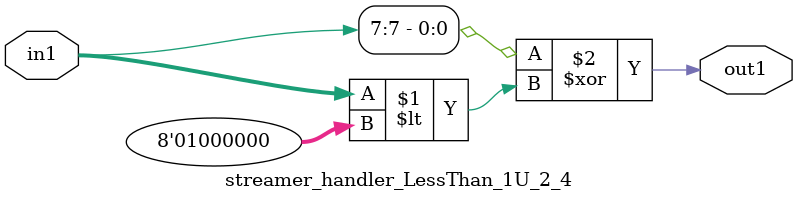
<source format=v>

`timescale 1ps / 1ps


module streamer_handler_LessThan_1U_2_4( in1, out1 );

    input [7:0] in1;
    output out1;

    
    // rtl_process:qkv_macro_handler_hub_LessThan_1U_94_4/qkv_macro_handler_hub_LessThan_1U_94_4_thread_1
    assign out1 = (in1[7] ^ in1 < 8'd064);

endmodule





</source>
